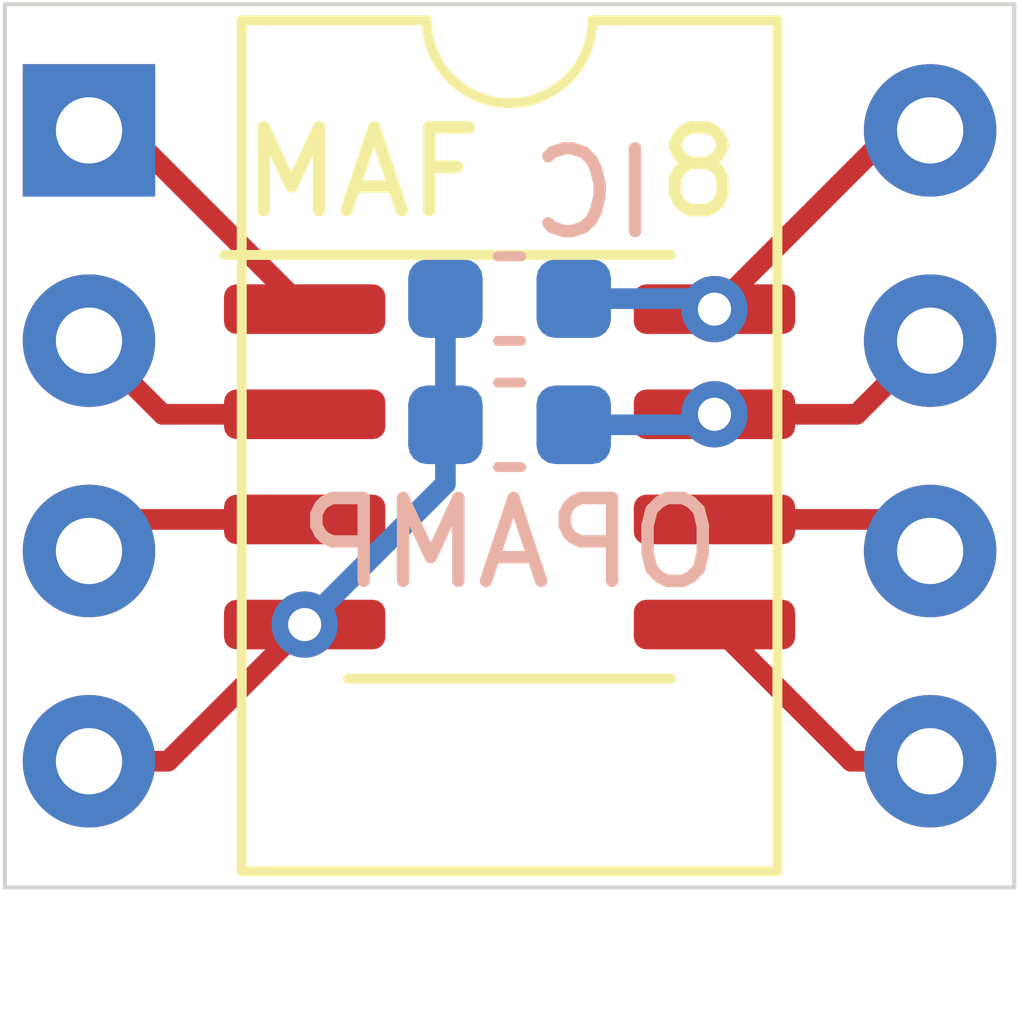
<source format=kicad_pcb>
(kicad_pcb (version 20171130) (host pcbnew 5.1.6-1.fc32)

  (general
    (thickness 1.6)
    (drawings 4)
    (tracks 26)
    (zones 0)
    (modules 4)
    (nets 1)
  )

  (page A4)
  (layers
    (0 F.Cu signal)
    (31 B.Cu signal)
    (32 B.Adhes user)
    (33 F.Adhes user)
    (34 B.Paste user)
    (35 F.Paste user)
    (36 B.SilkS user)
    (37 F.SilkS user)
    (38 B.Mask user)
    (39 F.Mask user)
    (40 Dwgs.User user)
    (41 Cmts.User user)
    (42 Eco1.User user)
    (43 Eco2.User user)
    (44 Edge.Cuts user)
    (45 Margin user)
    (46 B.CrtYd user)
    (47 F.CrtYd user)
    (48 B.Fab user)
    (49 F.Fab user)
  )

  (setup
    (last_trace_width 0.25)
    (trace_clearance 0.2)
    (zone_clearance 0.508)
    (zone_45_only no)
    (trace_min 0.2)
    (via_size 0.8)
    (via_drill 0.4)
    (via_min_size 0.4)
    (via_min_drill 0.3)
    (uvia_size 0.3)
    (uvia_drill 0.1)
    (uvias_allowed no)
    (uvia_min_size 0.2)
    (uvia_min_drill 0.1)
    (edge_width 0.05)
    (segment_width 0.2)
    (pcb_text_width 0.3)
    (pcb_text_size 1.5 1.5)
    (mod_edge_width 0.12)
    (mod_text_size 1 1)
    (mod_text_width 0.15)
    (pad_size 1.524 1.524)
    (pad_drill 0.762)
    (pad_to_mask_clearance 0.05)
    (aux_axis_origin 0 0)
    (visible_elements FFFFFF7F)
    (pcbplotparams
      (layerselection 0x010fc_ffffffff)
      (usegerberextensions false)
      (usegerberattributes true)
      (usegerberadvancedattributes true)
      (creategerberjobfile true)
      (excludeedgelayer true)
      (linewidth 0.100000)
      (plotframeref false)
      (viasonmask false)
      (mode 1)
      (useauxorigin false)
      (hpglpennumber 1)
      (hpglpenspeed 20)
      (hpglpendiameter 15.000000)
      (psnegative false)
      (psa4output false)
      (plotreference true)
      (plotvalue true)
      (plotinvisibletext false)
      (padsonsilk false)
      (subtractmaskfromsilk false)
      (outputformat 1)
      (mirror false)
      (drillshape 1)
      (scaleselection 1)
      (outputdirectory ""))
  )

  (net 0 "")

  (net_class Default "This is the default net class."
    (clearance 0.2)
    (trace_width 0.25)
    (via_dia 0.8)
    (via_drill 0.4)
    (uvia_dia 0.3)
    (uvia_drill 0.1)
  )

  (module Capacitor_SMD:C_0603_1608Metric (layer B.Cu) (tedit 5F68FEEE) (tstamp 5F7369C4)
    (at 147.32 57.15)
    (descr "Capacitor SMD 0603 (1608 Metric), square (rectangular) end terminal, IPC_7351 nominal, (Body size source: IPC-SM-782 page 76, https://www.pcb-3d.com/wordpress/wp-content/uploads/ipc-sm-782a_amendment_1_and_2.pdf), generated with kicad-footprint-generator")
    (tags capacitor)
    (attr smd)
    (fp_text reference OPAMP (at 0 1.43) (layer B.SilkS)
      (effects (font (size 1 1) (thickness 0.15)) (justify mirror))
    )
    (fp_text value " " (at 0 -1.43) (layer B.Fab)
      (effects (font (size 1 1) (thickness 0.15)) (justify mirror))
    )
    (fp_line (start -0.8 -0.4) (end -0.8 0.4) (layer B.Fab) (width 0.1))
    (fp_line (start -0.8 0.4) (end 0.8 0.4) (layer B.Fab) (width 0.1))
    (fp_line (start 0.8 0.4) (end 0.8 -0.4) (layer B.Fab) (width 0.1))
    (fp_line (start 0.8 -0.4) (end -0.8 -0.4) (layer B.Fab) (width 0.1))
    (fp_line (start -0.14058 0.51) (end 0.14058 0.51) (layer B.SilkS) (width 0.12))
    (fp_line (start -0.14058 -0.51) (end 0.14058 -0.51) (layer B.SilkS) (width 0.12))
    (fp_line (start -1.48 -0.73) (end -1.48 0.73) (layer B.CrtYd) (width 0.05))
    (fp_line (start -1.48 0.73) (end 1.48 0.73) (layer B.CrtYd) (width 0.05))
    (fp_line (start 1.48 0.73) (end 1.48 -0.73) (layer B.CrtYd) (width 0.05))
    (fp_line (start 1.48 -0.73) (end -1.48 -0.73) (layer B.CrtYd) (width 0.05))
    (fp_text user %R (at 0 0) (layer B.Fab)
      (effects (font (size 0.4 0.4) (thickness 0.06)) (justify mirror))
    )
    (pad 2 smd roundrect (at 0.775 0) (size 0.9 0.95) (layers B.Cu B.Paste B.Mask) (roundrect_rratio 0.25))
    (pad 1 smd roundrect (at -0.775 0) (size 0.9 0.95) (layers B.Cu B.Paste B.Mask) (roundrect_rratio 0.25))
    (model ${KISYS3DMOD}/Capacitor_SMD.3dshapes/C_0603_1608Metric.wrl
      (at (xyz 0 0 0))
      (scale (xyz 1 1 1))
      (rotate (xyz 0 0 0))
    )
  )

  (module Capacitor_SMD:C_0603_1608Metric (layer B.Cu) (tedit 5F68FEEE) (tstamp 5F7368B3)
    (at 147.32 55.626)
    (descr "Capacitor SMD 0603 (1608 Metric), square (rectangular) end terminal, IPC_7351 nominal, (Body size source: IPC-SM-782 page 76, https://www.pcb-3d.com/wordpress/wp-content/uploads/ipc-sm-782a_amendment_1_and_2.pdf), generated with kicad-footprint-generator")
    (tags capacitor)
    (attr smd)
    (fp_text reference IC (at 1.016 -1.27) (layer B.SilkS)
      (effects (font (size 1 1) (thickness 0.15)) (justify mirror))
    )
    (fp_text value " " (at 0 -1.43) (layer B.Fab)
      (effects (font (size 1 1) (thickness 0.15)) (justify mirror))
    )
    (fp_line (start -0.8 -0.4) (end -0.8 0.4) (layer B.Fab) (width 0.1))
    (fp_line (start -0.8 0.4) (end 0.8 0.4) (layer B.Fab) (width 0.1))
    (fp_line (start 0.8 0.4) (end 0.8 -0.4) (layer B.Fab) (width 0.1))
    (fp_line (start 0.8 -0.4) (end -0.8 -0.4) (layer B.Fab) (width 0.1))
    (fp_line (start -0.14058 0.51) (end 0.14058 0.51) (layer B.SilkS) (width 0.12))
    (fp_line (start -0.14058 -0.51) (end 0.14058 -0.51) (layer B.SilkS) (width 0.12))
    (fp_line (start -1.48 -0.73) (end -1.48 0.73) (layer B.CrtYd) (width 0.05))
    (fp_line (start -1.48 0.73) (end 1.48 0.73) (layer B.CrtYd) (width 0.05))
    (fp_line (start 1.48 0.73) (end 1.48 -0.73) (layer B.CrtYd) (width 0.05))
    (fp_line (start 1.48 -0.73) (end -1.48 -0.73) (layer B.CrtYd) (width 0.05))
    (fp_text user %R (at 0 0) (layer F.Fab)
      (effects (font (size 0.4 0.4) (thickness 0.06)))
    )
    (pad 2 smd roundrect (at 0.775 0) (size 0.9 0.95) (layers B.Cu B.Paste B.Mask) (roundrect_rratio 0.25))
    (pad 1 smd roundrect (at -0.775 0) (size 0.9 0.95) (layers B.Cu B.Paste B.Mask) (roundrect_rratio 0.25))
    (model ${KISYS3DMOD}/Capacitor_SMD.3dshapes/C_0603_1608Metric.wrl
      (at (xyz 0 0 0))
      (scale (xyz 1 1 1))
      (rotate (xyz 0 0 0))
    )
  )

  (module Package_DIP:DIP-8_W10.16mm (layer F.Cu) (tedit 5A02E8C5) (tstamp 5F7366D6)
    (at 142.24 53.594)
    (descr "8-lead though-hole mounted DIP package, row spacing 10.16 mm (400 mils)")
    (tags "THT DIP DIL PDIP 2.54mm 10.16mm 400mil")
    (fp_text reference MAF (at 3.302 0.508) (layer F.SilkS)
      (effects (font (size 1 1) (thickness 0.15)))
    )
    (fp_text value " " (at 5.08 9.95) (layer F.Fab)
      (effects (font (size 1 1) (thickness 0.15)))
    )
    (fp_line (start 2.905 -1.27) (end 8.255 -1.27) (layer F.Fab) (width 0.1))
    (fp_line (start 8.255 -1.27) (end 8.255 8.89) (layer F.Fab) (width 0.1))
    (fp_line (start 8.255 8.89) (end 1.905 8.89) (layer F.Fab) (width 0.1))
    (fp_line (start 1.905 8.89) (end 1.905 -0.27) (layer F.Fab) (width 0.1))
    (fp_line (start 1.905 -0.27) (end 2.905 -1.27) (layer F.Fab) (width 0.1))
    (fp_line (start 4.08 -1.33) (end 1.845 -1.33) (layer F.SilkS) (width 0.12))
    (fp_line (start 1.845 -1.33) (end 1.845 8.95) (layer F.SilkS) (width 0.12))
    (fp_line (start 1.845 8.95) (end 8.315 8.95) (layer F.SilkS) (width 0.12))
    (fp_line (start 8.315 8.95) (end 8.315 -1.33) (layer F.SilkS) (width 0.12))
    (fp_line (start 8.315 -1.33) (end 6.08 -1.33) (layer F.SilkS) (width 0.12))
    (fp_line (start -1.05 -1.55) (end -1.05 9.15) (layer F.CrtYd) (width 0.05))
    (fp_line (start -1.05 9.15) (end 11.25 9.15) (layer F.CrtYd) (width 0.05))
    (fp_line (start 11.25 9.15) (end 11.25 -1.55) (layer F.CrtYd) (width 0.05))
    (fp_line (start 11.25 -1.55) (end -1.05 -1.55) (layer F.CrtYd) (width 0.05))
    (fp_text user %R (at 5.08 3.81) (layer F.Fab)
      (effects (font (size 1 1) (thickness 0.15)))
    )
    (fp_arc (start 5.08 -1.33) (end 4.08 -1.33) (angle -180) (layer F.SilkS) (width 0.12))
    (pad 8 thru_hole oval (at 10.16 0) (size 1.6 1.6) (drill 0.8) (layers *.Cu *.Mask))
    (pad 4 thru_hole oval (at 0 7.62) (size 1.6 1.6) (drill 0.8) (layers *.Cu *.Mask))
    (pad 7 thru_hole oval (at 10.16 2.54) (size 1.6 1.6) (drill 0.8) (layers *.Cu *.Mask))
    (pad 3 thru_hole oval (at 0 5.08) (size 1.6 1.6) (drill 0.8) (layers *.Cu *.Mask))
    (pad 6 thru_hole oval (at 10.16 5.08) (size 1.6 1.6) (drill 0.8) (layers *.Cu *.Mask))
    (pad 2 thru_hole oval (at 0 2.54) (size 1.6 1.6) (drill 0.8) (layers *.Cu *.Mask))
    (pad 5 thru_hole oval (at 10.16 7.62) (size 1.6 1.6) (drill 0.8) (layers *.Cu *.Mask))
    (pad 1 thru_hole rect (at 0 0) (size 1.6 1.6) (drill 0.8) (layers *.Cu *.Mask))
    (model ${KISYS3DMOD}/Package_DIP.3dshapes/DIP-8_W10.16mm.wrl
      (at (xyz 0 0 0))
      (scale (xyz 1 1 1))
      (rotate (xyz 0 0 0))
    )
  )

  (module Package_SO:SOIC-8_3.9x4.9mm_P1.27mm (layer F.Cu) (tedit 5D9F72B1) (tstamp 5F7362DF)
    (at 147.32 57.658)
    (descr "SOIC, 8 Pin (JEDEC MS-012AA, https://www.analog.com/media/en/package-pcb-resources/package/pkg_pdf/soic_narrow-r/r_8.pdf), generated with kicad-footprint-generator ipc_gullwing_generator.py")
    (tags "SOIC SO")
    (attr smd)
    (fp_text reference 8 (at 2.286 -3.556) (layer F.SilkS)
      (effects (font (size 1 1) (thickness 0.15)))
    )
    (fp_text value " " (at 0 3.4) (layer F.Fab)
      (effects (font (size 1 1) (thickness 0.15)))
    )
    (fp_line (start 0 2.56) (end 1.95 2.56) (layer F.SilkS) (width 0.12))
    (fp_line (start 0 2.56) (end -1.95 2.56) (layer F.SilkS) (width 0.12))
    (fp_line (start 0 -2.56) (end 1.95 -2.56) (layer F.SilkS) (width 0.12))
    (fp_line (start 0 -2.56) (end -3.45 -2.56) (layer F.SilkS) (width 0.12))
    (fp_line (start -0.975 -2.45) (end 1.95 -2.45) (layer F.Fab) (width 0.1))
    (fp_line (start 1.95 -2.45) (end 1.95 2.45) (layer F.Fab) (width 0.1))
    (fp_line (start 1.95 2.45) (end -1.95 2.45) (layer F.Fab) (width 0.1))
    (fp_line (start -1.95 2.45) (end -1.95 -1.475) (layer F.Fab) (width 0.1))
    (fp_line (start -1.95 -1.475) (end -0.975 -2.45) (layer F.Fab) (width 0.1))
    (fp_line (start -3.7 -2.7) (end -3.7 2.7) (layer F.CrtYd) (width 0.05))
    (fp_line (start -3.7 2.7) (end 3.7 2.7) (layer F.CrtYd) (width 0.05))
    (fp_line (start 3.7 2.7) (end 3.7 -2.7) (layer F.CrtYd) (width 0.05))
    (fp_line (start 3.7 -2.7) (end -3.7 -2.7) (layer F.CrtYd) (width 0.05))
    (fp_text user %R (at 0 0) (layer F.Fab)
      (effects (font (size 0.98 0.98) (thickness 0.15)))
    )
    (pad 8 smd roundrect (at 2.475 -1.905) (size 1.95 0.6) (layers F.Cu F.Paste F.Mask) (roundrect_rratio 0.25))
    (pad 7 smd roundrect (at 2.475 -0.635) (size 1.95 0.6) (layers F.Cu F.Paste F.Mask) (roundrect_rratio 0.25))
    (pad 6 smd roundrect (at 2.475 0.635) (size 1.95 0.6) (layers F.Cu F.Paste F.Mask) (roundrect_rratio 0.25))
    (pad 5 smd roundrect (at 2.475 1.905) (size 1.95 0.6) (layers F.Cu F.Paste F.Mask) (roundrect_rratio 0.25))
    (pad 4 smd roundrect (at -2.475 1.905) (size 1.95 0.6) (layers F.Cu F.Paste F.Mask) (roundrect_rratio 0.25))
    (pad 3 smd roundrect (at -2.475 0.635) (size 1.95 0.6) (layers F.Cu F.Paste F.Mask) (roundrect_rratio 0.25))
    (pad 2 smd roundrect (at -2.475 -0.635) (size 1.95 0.6) (layers F.Cu F.Paste F.Mask) (roundrect_rratio 0.25))
    (pad 1 smd roundrect (at -2.475 -1.905) (size 1.95 0.6) (layers F.Cu F.Paste F.Mask) (roundrect_rratio 0.25))
    (model ${KISYS3DMOD}/Package_SO.3dshapes/SOIC-8_3.9x4.9mm_P1.27mm.wrl
      (at (xyz 0 0 0))
      (scale (xyz 1 1 1))
      (rotate (xyz 0 0 0))
    )
  )

  (gr_line (start 141.224 62.738) (end 141.224 52.07) (layer Edge.Cuts) (width 0.05) (tstamp 5F72F9CF))
  (gr_line (start 153.416 62.738) (end 141.224 62.738) (layer Edge.Cuts) (width 0.05))
  (gr_line (start 153.416 52.07) (end 153.416 62.738) (layer Edge.Cuts) (width 0.05))
  (gr_line (start 141.224 52.07) (end 153.416 52.07) (layer Edge.Cuts) (width 0.05))

  (segment (start 143.129 57.023) (end 142.24 56.134) (width 0.25) (layer F.Cu) (net 0))
  (segment (start 144.845 57.023) (end 143.129 57.023) (width 0.25) (layer F.Cu) (net 0))
  (segment (start 142.621 58.293) (end 142.24 58.674) (width 0.25) (layer F.Cu) (net 0))
  (segment (start 144.845 58.293) (end 142.621 58.293) (width 0.25) (layer F.Cu) (net 0))
  (segment (start 143.194 61.214) (end 142.24 61.214) (width 0.25) (layer F.Cu) (net 0))
  (segment (start 144.845 59.563) (end 143.194 61.214) (width 0.25) (layer F.Cu) (net 0))
  (segment (start 142.686 53.594) (end 142.24 53.594) (width 0.25) (layer F.Cu) (net 0))
  (segment (start 144.845 55.753) (end 142.686 53.594) (width 0.25) (layer F.Cu) (net 0))
  (segment (start 151.954 53.594) (end 152.4 53.594) (width 0.25) (layer F.Cu) (net 0))
  (segment (start 149.795 55.753) (end 151.954 53.594) (width 0.25) (layer F.Cu) (net 0))
  (segment (start 151.511 57.023) (end 152.4 56.134) (width 0.25) (layer F.Cu) (net 0))
  (segment (start 149.795 57.023) (end 151.511 57.023) (width 0.25) (layer F.Cu) (net 0))
  (segment (start 152.019 58.293) (end 152.4 58.674) (width 0.25) (layer F.Cu) (net 0))
  (segment (start 149.795 58.293) (end 152.019 58.293) (width 0.25) (layer F.Cu) (net 0))
  (segment (start 151.446 61.214) (end 152.4 61.214) (width 0.25) (layer F.Cu) (net 0))
  (segment (start 149.795 59.563) (end 151.446 61.214) (width 0.25) (layer F.Cu) (net 0))
  (segment (start 146.545 55.626) (end 146.545 57.15) (width 0.25) (layer B.Cu) (net 0))
  (via (at 144.845 59.563) (size 0.8) (drill 0.4) (layers F.Cu B.Cu) (net 0))
  (segment (start 146.545 57.863) (end 144.845 59.563) (width 0.25) (layer B.Cu) (net 0))
  (segment (start 146.545 57.15) (end 146.545 57.863) (width 0.25) (layer B.Cu) (net 0))
  (segment (start 149.668 55.626) (end 149.795 55.753) (width 0.25) (layer B.Cu) (net 0))
  (segment (start 148.095 55.626) (end 149.668 55.626) (width 0.25) (layer B.Cu) (net 0))
  (via (at 149.795 55.753) (size 0.8) (drill 0.4) (layers F.Cu B.Cu) (net 0))
  (via (at 149.795 57.023) (size 0.8) (drill 0.4) (layers F.Cu B.Cu) (net 0))
  (segment (start 149.668 57.15) (end 149.795 57.023) (width 0.25) (layer B.Cu) (net 0))
  (segment (start 148.095 57.15) (end 149.668 57.15) (width 0.25) (layer B.Cu) (net 0))

)

</source>
